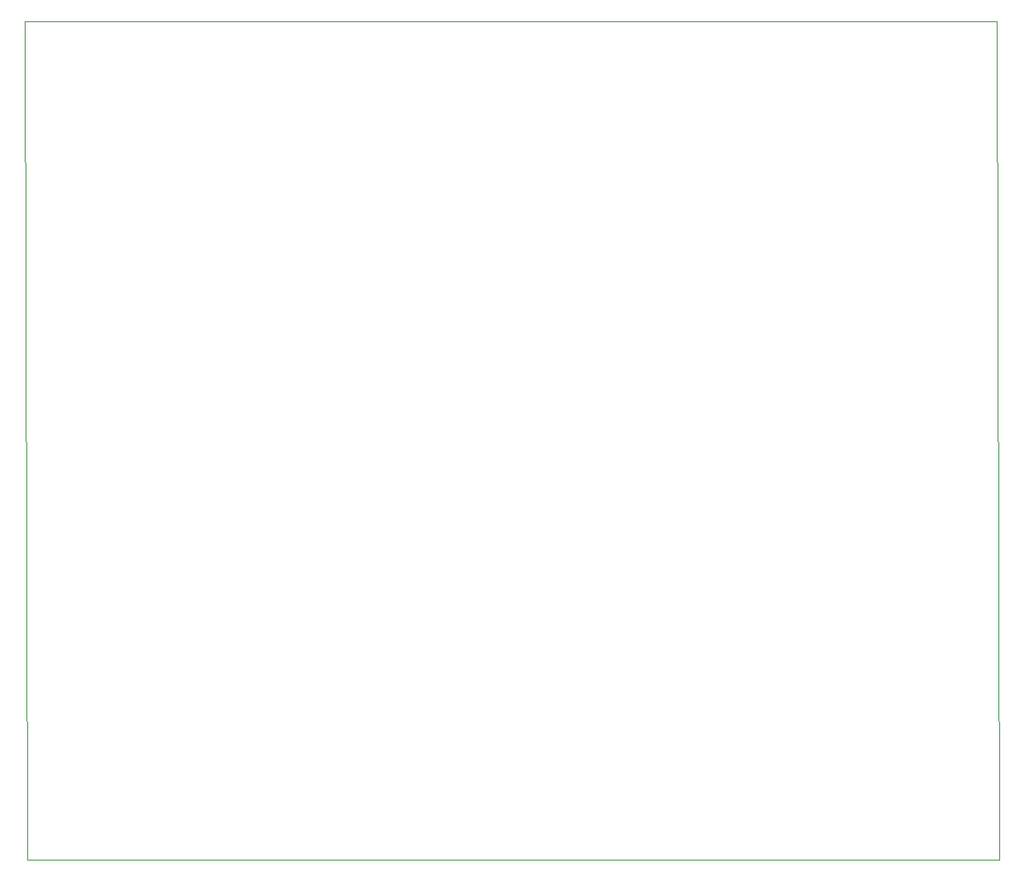
<source format=gm1>
%TF.GenerationSoftware,KiCad,Pcbnew,8.0.8-2.fc41*%
%TF.CreationDate,2025-02-20T10:07:07+00:00*%
%TF.ProjectId,PowerPoleFused,506f7765-7250-46f6-9c65-46757365642e,rev?*%
%TF.SameCoordinates,Original*%
%TF.FileFunction,Profile,NP*%
%FSLAX46Y46*%
G04 Gerber Fmt 4.6, Leading zero omitted, Abs format (unit mm)*
G04 Created by KiCad (PCBNEW 8.0.8-2.fc41) date 2025-02-20 10:07:07*
%MOMM*%
%LPD*%
G01*
G04 APERTURE LIST*
%TA.AperFunction,Profile*%
%ADD10C,0.050000*%
%TD*%
G04 APERTURE END LIST*
D10*
X142240000Y-29972000D02*
X142500500Y-113284000D01*
X142500500Y-113284000D02*
X45980500Y-113284000D01*
X45980500Y-113284000D02*
X45720000Y-29972000D01*
X45720000Y-29972000D02*
X142240000Y-29972000D01*
M02*

</source>
